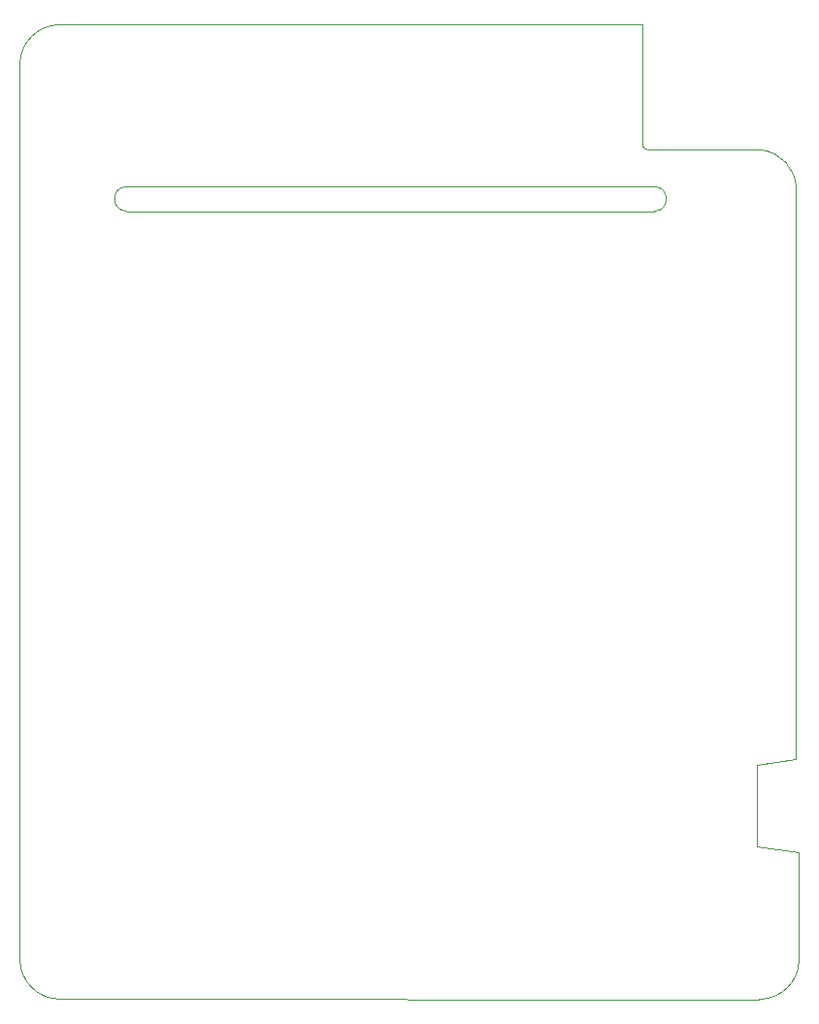
<source format=gbr>
%TF.GenerationSoftware,KiCad,Pcbnew,8.0.1*%
%TF.CreationDate,2024-06-10T14:17:39+05:30*%
%TF.ProjectId,GPIO HAT 1,4750494f-2048-4415-9420-312e6b696361,rev?*%
%TF.SameCoordinates,Original*%
%TF.FileFunction,Profile,NP*%
%FSLAX46Y46*%
G04 Gerber Fmt 4.6, Leading zero omitted, Abs format (unit mm)*
G04 Created by KiCad (PCBNEW 8.0.1) date 2024-06-10 14:17:39*
%MOMM*%
%LPD*%
G01*
G04 APERTURE LIST*
%TA.AperFunction,Profile*%
%ADD10C,0.050000*%
%TD*%
G04 APERTURE END LIST*
D10*
X86431200Y-76803900D02*
G75*
G02*
X86431200Y-74660500I0J1071700D01*
G01*
X141371400Y-125122800D02*
X141371400Y-132184000D01*
X80595050Y-145540990D02*
G75*
G02*
X77095010Y-142040990I-50J3499990D01*
G01*
X145079800Y-132742800D02*
X145084655Y-142055128D01*
X131897539Y-71452572D02*
G75*
G02*
X131420959Y-71090779I-27039J459172D01*
G01*
X80588890Y-60536850D02*
X131414600Y-60530600D01*
X132431200Y-74660400D02*
G75*
G02*
X132431200Y-76814000I0J-1076800D01*
G01*
X145084655Y-142055128D02*
G75*
G02*
X141603325Y-145554855I-3490555J-9172D01*
G01*
X141603325Y-145554886D02*
X80595050Y-145540990D01*
X141371400Y-125122800D02*
X144825800Y-124564000D01*
X144825800Y-124564000D02*
X144825800Y-74955400D01*
X141371400Y-132184000D02*
X145079800Y-132742800D01*
X141549200Y-71450201D02*
G75*
G02*
X144825799Y-74955400I-114300J-3390899D01*
G01*
X132431200Y-74660400D02*
X86431200Y-74660400D01*
X131420964Y-71090778D02*
X131414600Y-60530600D01*
X141549200Y-71450200D02*
X131897539Y-71452572D01*
X86431200Y-76803900D02*
X132431200Y-76813900D01*
X77088890Y-64036850D02*
G75*
G02*
X80588890Y-60536850I3500000J0D01*
G01*
X77095050Y-142040990D02*
X77088890Y-64036850D01*
M02*

</source>
